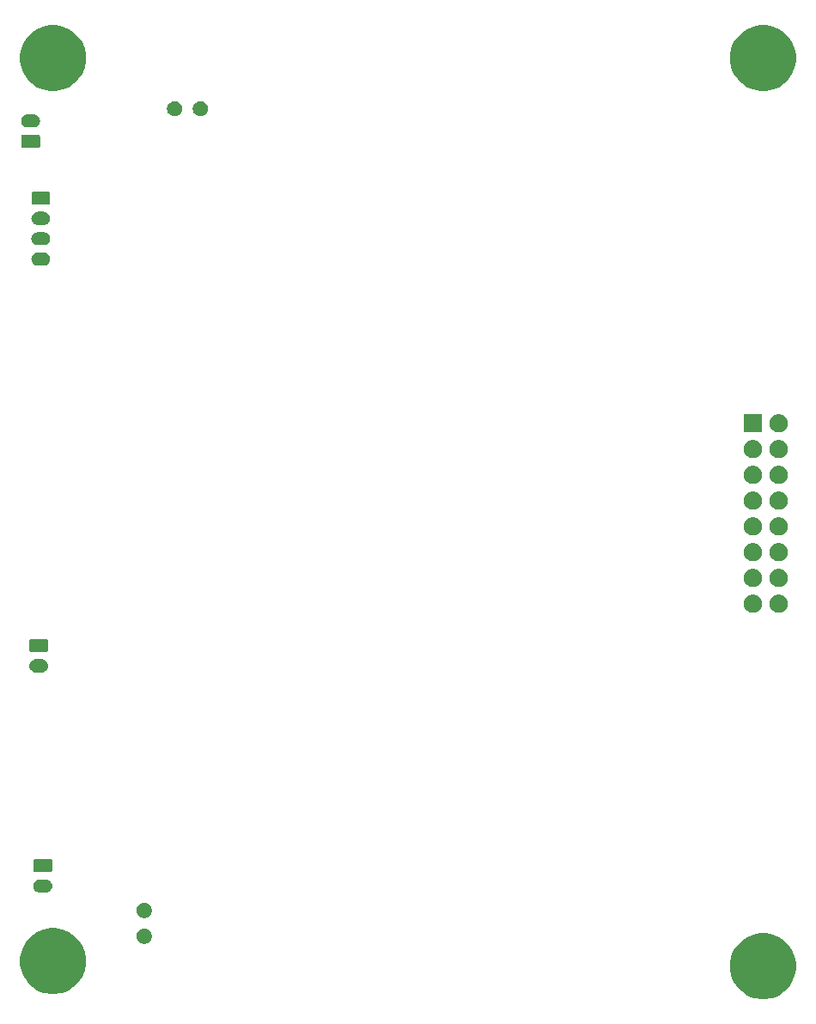
<source format=gbs>
G04 #@! TF.GenerationSoftware,KiCad,Pcbnew,(5.1.5-0)*
G04 #@! TF.CreationDate,2021-01-17T10:32:34-07:00*
G04 #@! TF.ProjectId,8ch_v5_nosma,3863685f-7635-45f6-9e6f-736d612e6b69,rev?*
G04 #@! TF.SameCoordinates,Original*
G04 #@! TF.FileFunction,Soldermask,Bot*
G04 #@! TF.FilePolarity,Negative*
%FSLAX46Y46*%
G04 Gerber Fmt 4.6, Leading zero omitted, Abs format (unit mm)*
G04 Created by KiCad (PCBNEW (5.1.5-0)) date 2021-01-17 10:32:34*
%MOMM*%
%LPD*%
G04 APERTURE LIST*
%ADD10C,0.100000*%
G04 APERTURE END LIST*
D10*
G36*
X215634239Y-126311467D02*
G01*
X215948282Y-126373934D01*
X216539926Y-126619001D01*
X216966477Y-126904014D01*
X217072391Y-126974783D01*
X217525217Y-127427609D01*
X217550490Y-127465433D01*
X217880999Y-127960074D01*
X218126066Y-128551718D01*
X218251000Y-129179804D01*
X218251000Y-129820196D01*
X218126066Y-130448282D01*
X217880999Y-131039926D01*
X217663504Y-131365430D01*
X217556738Y-131525217D01*
X217525216Y-131572392D01*
X217072392Y-132025216D01*
X216539926Y-132380999D01*
X215948282Y-132626066D01*
X215634239Y-132688533D01*
X215320197Y-132751000D01*
X214679803Y-132751000D01*
X214365761Y-132688533D01*
X214051718Y-132626066D01*
X213460074Y-132380999D01*
X212927608Y-132025216D01*
X212474784Y-131572392D01*
X212443263Y-131525217D01*
X212336496Y-131365430D01*
X212119001Y-131039926D01*
X211873934Y-130448282D01*
X211749000Y-129820196D01*
X211749000Y-129179804D01*
X211873934Y-128551718D01*
X212119001Y-127960074D01*
X212449510Y-127465433D01*
X212474783Y-127427609D01*
X212927609Y-126974783D01*
X213033523Y-126904014D01*
X213460074Y-126619001D01*
X214051718Y-126373934D01*
X214365761Y-126311467D01*
X214679803Y-126249000D01*
X215320197Y-126249000D01*
X215634239Y-126311467D01*
G37*
G36*
X145521290Y-125789000D02*
G01*
X145948282Y-125873934D01*
X146539926Y-126119001D01*
X146924927Y-126376251D01*
X147072391Y-126474783D01*
X147525217Y-126927609D01*
X147556738Y-126974784D01*
X147880999Y-127460074D01*
X148126066Y-128051718D01*
X148251000Y-128679804D01*
X148251000Y-129320196D01*
X148126066Y-129948282D01*
X147880999Y-130539926D01*
X147626503Y-130920805D01*
X147525217Y-131072391D01*
X147072391Y-131525217D01*
X146966477Y-131595986D01*
X146539926Y-131880999D01*
X145948282Y-132126066D01*
X145634239Y-132188533D01*
X145320197Y-132251000D01*
X144679803Y-132251000D01*
X144365761Y-132188533D01*
X144051718Y-132126066D01*
X143460074Y-131880999D01*
X143033523Y-131595986D01*
X142927609Y-131525217D01*
X142474783Y-131072391D01*
X142373497Y-130920805D01*
X142119001Y-130539926D01*
X141873934Y-129948282D01*
X141749000Y-129320196D01*
X141749000Y-128679804D01*
X141873934Y-128051718D01*
X142119001Y-127460074D01*
X142443262Y-126974784D01*
X142474783Y-126927609D01*
X142927609Y-126474783D01*
X143075073Y-126376251D01*
X143460074Y-126119001D01*
X144051718Y-125873934D01*
X144478710Y-125789000D01*
X144679803Y-125749000D01*
X145320197Y-125749000D01*
X145521290Y-125789000D01*
G37*
G36*
X154219059Y-125817860D02*
G01*
X154354434Y-125873934D01*
X154355732Y-125874472D01*
X154478735Y-125956660D01*
X154583340Y-126061265D01*
X154583341Y-126061267D01*
X154665529Y-126184270D01*
X154722140Y-126320941D01*
X154751000Y-126466032D01*
X154751000Y-126613968D01*
X154722140Y-126759059D01*
X154675094Y-126872639D01*
X154665528Y-126895732D01*
X154583340Y-127018735D01*
X154478735Y-127123340D01*
X154355732Y-127205528D01*
X154355731Y-127205529D01*
X154355730Y-127205529D01*
X154219059Y-127262140D01*
X154073968Y-127291000D01*
X153926032Y-127291000D01*
X153780941Y-127262140D01*
X153644270Y-127205529D01*
X153644269Y-127205529D01*
X153644268Y-127205528D01*
X153521265Y-127123340D01*
X153416660Y-127018735D01*
X153334472Y-126895732D01*
X153324907Y-126872639D01*
X153277860Y-126759059D01*
X153249000Y-126613968D01*
X153249000Y-126466032D01*
X153277860Y-126320941D01*
X153334471Y-126184270D01*
X153416659Y-126061267D01*
X153416660Y-126061265D01*
X153521265Y-125956660D01*
X153644268Y-125874472D01*
X153645567Y-125873934D01*
X153780941Y-125817860D01*
X153926032Y-125789000D01*
X154073968Y-125789000D01*
X154219059Y-125817860D01*
G37*
G36*
X154219059Y-123277860D02*
G01*
X154355732Y-123334472D01*
X154478735Y-123416660D01*
X154583340Y-123521265D01*
X154665528Y-123644268D01*
X154722140Y-123780941D01*
X154751000Y-123926033D01*
X154751000Y-124073967D01*
X154722140Y-124219059D01*
X154665528Y-124355732D01*
X154583340Y-124478735D01*
X154478735Y-124583340D01*
X154355732Y-124665528D01*
X154355731Y-124665529D01*
X154355730Y-124665529D01*
X154219059Y-124722140D01*
X154073968Y-124751000D01*
X153926032Y-124751000D01*
X153780941Y-124722140D01*
X153644270Y-124665529D01*
X153644269Y-124665529D01*
X153644268Y-124665528D01*
X153521265Y-124583340D01*
X153416660Y-124478735D01*
X153334472Y-124355732D01*
X153277860Y-124219059D01*
X153249000Y-124073967D01*
X153249000Y-123926033D01*
X153277860Y-123780941D01*
X153334472Y-123644268D01*
X153416660Y-123521265D01*
X153521265Y-123416660D01*
X153644268Y-123334472D01*
X153780941Y-123277860D01*
X153926032Y-123249000D01*
X154073968Y-123249000D01*
X154219059Y-123277860D01*
G37*
G36*
X144338855Y-120952140D02*
G01*
X144402618Y-120958420D01*
X144493404Y-120985960D01*
X144525336Y-120995646D01*
X144638425Y-121056094D01*
X144737554Y-121137446D01*
X144818906Y-121236575D01*
X144879354Y-121349664D01*
X144879355Y-121349668D01*
X144916580Y-121472382D01*
X144929149Y-121600000D01*
X144916580Y-121727618D01*
X144889040Y-121818404D01*
X144879354Y-121850336D01*
X144818906Y-121963425D01*
X144737554Y-122062554D01*
X144638425Y-122143906D01*
X144525336Y-122204354D01*
X144493404Y-122214040D01*
X144402618Y-122241580D01*
X144338855Y-122247860D01*
X144306974Y-122251000D01*
X143693026Y-122251000D01*
X143661145Y-122247860D01*
X143597382Y-122241580D01*
X143506596Y-122214040D01*
X143474664Y-122204354D01*
X143361575Y-122143906D01*
X143262446Y-122062554D01*
X143181094Y-121963425D01*
X143120646Y-121850336D01*
X143110960Y-121818404D01*
X143083420Y-121727618D01*
X143070851Y-121600000D01*
X143083420Y-121472382D01*
X143120645Y-121349668D01*
X143120646Y-121349664D01*
X143181094Y-121236575D01*
X143262446Y-121137446D01*
X143361575Y-121056094D01*
X143474664Y-120995646D01*
X143506596Y-120985960D01*
X143597382Y-120958420D01*
X143661145Y-120952140D01*
X143693026Y-120949000D01*
X144306974Y-120949000D01*
X144338855Y-120952140D01*
G37*
G36*
X144766242Y-118953404D02*
G01*
X144803337Y-118964657D01*
X144837515Y-118982925D01*
X144867481Y-119007519D01*
X144892075Y-119037485D01*
X144910343Y-119071663D01*
X144921596Y-119108758D01*
X144926000Y-119153474D01*
X144926000Y-120046526D01*
X144921596Y-120091242D01*
X144910343Y-120128337D01*
X144892075Y-120162515D01*
X144867481Y-120192481D01*
X144837515Y-120217075D01*
X144803337Y-120235343D01*
X144766242Y-120246596D01*
X144721526Y-120251000D01*
X143278474Y-120251000D01*
X143233758Y-120246596D01*
X143196663Y-120235343D01*
X143162485Y-120217075D01*
X143132519Y-120192481D01*
X143107925Y-120162515D01*
X143089657Y-120128337D01*
X143078404Y-120091242D01*
X143074000Y-120046526D01*
X143074000Y-119153474D01*
X143078404Y-119108758D01*
X143089657Y-119071663D01*
X143107925Y-119037485D01*
X143132519Y-119007519D01*
X143162485Y-118982925D01*
X143196663Y-118964657D01*
X143233758Y-118953404D01*
X143278474Y-118949000D01*
X144721526Y-118949000D01*
X144766242Y-118953404D01*
G37*
G36*
X143938855Y-99252140D02*
G01*
X144002618Y-99258420D01*
X144093404Y-99285960D01*
X144125336Y-99295646D01*
X144238425Y-99356094D01*
X144337554Y-99437446D01*
X144418906Y-99536575D01*
X144479354Y-99649664D01*
X144479355Y-99649668D01*
X144516580Y-99772382D01*
X144529149Y-99900000D01*
X144516580Y-100027618D01*
X144489040Y-100118404D01*
X144479354Y-100150336D01*
X144418906Y-100263425D01*
X144337554Y-100362554D01*
X144238425Y-100443906D01*
X144125336Y-100504354D01*
X144093404Y-100514040D01*
X144002618Y-100541580D01*
X143938855Y-100547860D01*
X143906974Y-100551000D01*
X143293026Y-100551000D01*
X143261145Y-100547860D01*
X143197382Y-100541580D01*
X143106596Y-100514040D01*
X143074664Y-100504354D01*
X142961575Y-100443906D01*
X142862446Y-100362554D01*
X142781094Y-100263425D01*
X142720646Y-100150336D01*
X142710960Y-100118404D01*
X142683420Y-100027618D01*
X142670851Y-99900000D01*
X142683420Y-99772382D01*
X142720645Y-99649668D01*
X142720646Y-99649664D01*
X142781094Y-99536575D01*
X142862446Y-99437446D01*
X142961575Y-99356094D01*
X143074664Y-99295646D01*
X143106596Y-99285960D01*
X143197382Y-99258420D01*
X143261145Y-99252140D01*
X143293026Y-99249000D01*
X143906974Y-99249000D01*
X143938855Y-99252140D01*
G37*
G36*
X144366242Y-97253404D02*
G01*
X144403337Y-97264657D01*
X144437515Y-97282925D01*
X144467481Y-97307519D01*
X144492075Y-97337485D01*
X144510343Y-97371663D01*
X144521596Y-97408758D01*
X144526000Y-97453474D01*
X144526000Y-98346526D01*
X144521596Y-98391242D01*
X144510343Y-98428337D01*
X144492075Y-98462515D01*
X144467481Y-98492481D01*
X144437515Y-98517075D01*
X144403337Y-98535343D01*
X144366242Y-98546596D01*
X144321526Y-98551000D01*
X142878474Y-98551000D01*
X142833758Y-98546596D01*
X142796663Y-98535343D01*
X142762485Y-98517075D01*
X142732519Y-98492481D01*
X142707925Y-98462515D01*
X142689657Y-98428337D01*
X142678404Y-98391242D01*
X142674000Y-98346526D01*
X142674000Y-97453474D01*
X142678404Y-97408758D01*
X142689657Y-97371663D01*
X142707925Y-97337485D01*
X142732519Y-97307519D01*
X142762485Y-97282925D01*
X142796663Y-97264657D01*
X142833758Y-97253404D01*
X142878474Y-97249000D01*
X144321526Y-97249000D01*
X144366242Y-97253404D01*
G37*
G36*
X216653512Y-92883927D02*
G01*
X216802812Y-92913624D01*
X216966784Y-92981544D01*
X217114354Y-93080147D01*
X217239853Y-93205646D01*
X217338456Y-93353216D01*
X217406376Y-93517188D01*
X217441000Y-93691259D01*
X217441000Y-93868741D01*
X217406376Y-94042812D01*
X217338456Y-94206784D01*
X217239853Y-94354354D01*
X217114354Y-94479853D01*
X216966784Y-94578456D01*
X216802812Y-94646376D01*
X216653512Y-94676073D01*
X216628742Y-94681000D01*
X216451258Y-94681000D01*
X216426488Y-94676073D01*
X216277188Y-94646376D01*
X216113216Y-94578456D01*
X215965646Y-94479853D01*
X215840147Y-94354354D01*
X215741544Y-94206784D01*
X215673624Y-94042812D01*
X215639000Y-93868741D01*
X215639000Y-93691259D01*
X215673624Y-93517188D01*
X215741544Y-93353216D01*
X215840147Y-93205646D01*
X215965646Y-93080147D01*
X216113216Y-92981544D01*
X216277188Y-92913624D01*
X216426488Y-92883927D01*
X216451258Y-92879000D01*
X216628742Y-92879000D01*
X216653512Y-92883927D01*
G37*
G36*
X214113512Y-92883927D02*
G01*
X214262812Y-92913624D01*
X214426784Y-92981544D01*
X214574354Y-93080147D01*
X214699853Y-93205646D01*
X214798456Y-93353216D01*
X214866376Y-93517188D01*
X214901000Y-93691259D01*
X214901000Y-93868741D01*
X214866376Y-94042812D01*
X214798456Y-94206784D01*
X214699853Y-94354354D01*
X214574354Y-94479853D01*
X214426784Y-94578456D01*
X214262812Y-94646376D01*
X214113512Y-94676073D01*
X214088742Y-94681000D01*
X213911258Y-94681000D01*
X213886488Y-94676073D01*
X213737188Y-94646376D01*
X213573216Y-94578456D01*
X213425646Y-94479853D01*
X213300147Y-94354354D01*
X213201544Y-94206784D01*
X213133624Y-94042812D01*
X213099000Y-93868741D01*
X213099000Y-93691259D01*
X213133624Y-93517188D01*
X213201544Y-93353216D01*
X213300147Y-93205646D01*
X213425646Y-93080147D01*
X213573216Y-92981544D01*
X213737188Y-92913624D01*
X213886488Y-92883927D01*
X213911258Y-92879000D01*
X214088742Y-92879000D01*
X214113512Y-92883927D01*
G37*
G36*
X216653512Y-90343927D02*
G01*
X216802812Y-90373624D01*
X216966784Y-90441544D01*
X217114354Y-90540147D01*
X217239853Y-90665646D01*
X217338456Y-90813216D01*
X217406376Y-90977188D01*
X217441000Y-91151259D01*
X217441000Y-91328741D01*
X217406376Y-91502812D01*
X217338456Y-91666784D01*
X217239853Y-91814354D01*
X217114354Y-91939853D01*
X216966784Y-92038456D01*
X216802812Y-92106376D01*
X216653512Y-92136073D01*
X216628742Y-92141000D01*
X216451258Y-92141000D01*
X216426488Y-92136073D01*
X216277188Y-92106376D01*
X216113216Y-92038456D01*
X215965646Y-91939853D01*
X215840147Y-91814354D01*
X215741544Y-91666784D01*
X215673624Y-91502812D01*
X215639000Y-91328741D01*
X215639000Y-91151259D01*
X215673624Y-90977188D01*
X215741544Y-90813216D01*
X215840147Y-90665646D01*
X215965646Y-90540147D01*
X216113216Y-90441544D01*
X216277188Y-90373624D01*
X216426488Y-90343927D01*
X216451258Y-90339000D01*
X216628742Y-90339000D01*
X216653512Y-90343927D01*
G37*
G36*
X214113512Y-90343927D02*
G01*
X214262812Y-90373624D01*
X214426784Y-90441544D01*
X214574354Y-90540147D01*
X214699853Y-90665646D01*
X214798456Y-90813216D01*
X214866376Y-90977188D01*
X214901000Y-91151259D01*
X214901000Y-91328741D01*
X214866376Y-91502812D01*
X214798456Y-91666784D01*
X214699853Y-91814354D01*
X214574354Y-91939853D01*
X214426784Y-92038456D01*
X214262812Y-92106376D01*
X214113512Y-92136073D01*
X214088742Y-92141000D01*
X213911258Y-92141000D01*
X213886488Y-92136073D01*
X213737188Y-92106376D01*
X213573216Y-92038456D01*
X213425646Y-91939853D01*
X213300147Y-91814354D01*
X213201544Y-91666784D01*
X213133624Y-91502812D01*
X213099000Y-91328741D01*
X213099000Y-91151259D01*
X213133624Y-90977188D01*
X213201544Y-90813216D01*
X213300147Y-90665646D01*
X213425646Y-90540147D01*
X213573216Y-90441544D01*
X213737188Y-90373624D01*
X213886488Y-90343927D01*
X213911258Y-90339000D01*
X214088742Y-90339000D01*
X214113512Y-90343927D01*
G37*
G36*
X216653512Y-87803927D02*
G01*
X216802812Y-87833624D01*
X216966784Y-87901544D01*
X217114354Y-88000147D01*
X217239853Y-88125646D01*
X217338456Y-88273216D01*
X217406376Y-88437188D01*
X217441000Y-88611259D01*
X217441000Y-88788741D01*
X217406376Y-88962812D01*
X217338456Y-89126784D01*
X217239853Y-89274354D01*
X217114354Y-89399853D01*
X216966784Y-89498456D01*
X216802812Y-89566376D01*
X216653512Y-89596073D01*
X216628742Y-89601000D01*
X216451258Y-89601000D01*
X216426488Y-89596073D01*
X216277188Y-89566376D01*
X216113216Y-89498456D01*
X215965646Y-89399853D01*
X215840147Y-89274354D01*
X215741544Y-89126784D01*
X215673624Y-88962812D01*
X215639000Y-88788741D01*
X215639000Y-88611259D01*
X215673624Y-88437188D01*
X215741544Y-88273216D01*
X215840147Y-88125646D01*
X215965646Y-88000147D01*
X216113216Y-87901544D01*
X216277188Y-87833624D01*
X216426488Y-87803927D01*
X216451258Y-87799000D01*
X216628742Y-87799000D01*
X216653512Y-87803927D01*
G37*
G36*
X214113512Y-87803927D02*
G01*
X214262812Y-87833624D01*
X214426784Y-87901544D01*
X214574354Y-88000147D01*
X214699853Y-88125646D01*
X214798456Y-88273216D01*
X214866376Y-88437188D01*
X214901000Y-88611259D01*
X214901000Y-88788741D01*
X214866376Y-88962812D01*
X214798456Y-89126784D01*
X214699853Y-89274354D01*
X214574354Y-89399853D01*
X214426784Y-89498456D01*
X214262812Y-89566376D01*
X214113512Y-89596073D01*
X214088742Y-89601000D01*
X213911258Y-89601000D01*
X213886488Y-89596073D01*
X213737188Y-89566376D01*
X213573216Y-89498456D01*
X213425646Y-89399853D01*
X213300147Y-89274354D01*
X213201544Y-89126784D01*
X213133624Y-88962812D01*
X213099000Y-88788741D01*
X213099000Y-88611259D01*
X213133624Y-88437188D01*
X213201544Y-88273216D01*
X213300147Y-88125646D01*
X213425646Y-88000147D01*
X213573216Y-87901544D01*
X213737188Y-87833624D01*
X213886488Y-87803927D01*
X213911258Y-87799000D01*
X214088742Y-87799000D01*
X214113512Y-87803927D01*
G37*
G36*
X216653512Y-85263927D02*
G01*
X216802812Y-85293624D01*
X216966784Y-85361544D01*
X217114354Y-85460147D01*
X217239853Y-85585646D01*
X217338456Y-85733216D01*
X217406376Y-85897188D01*
X217441000Y-86071259D01*
X217441000Y-86248741D01*
X217406376Y-86422812D01*
X217338456Y-86586784D01*
X217239853Y-86734354D01*
X217114354Y-86859853D01*
X216966784Y-86958456D01*
X216802812Y-87026376D01*
X216653512Y-87056073D01*
X216628742Y-87061000D01*
X216451258Y-87061000D01*
X216426488Y-87056073D01*
X216277188Y-87026376D01*
X216113216Y-86958456D01*
X215965646Y-86859853D01*
X215840147Y-86734354D01*
X215741544Y-86586784D01*
X215673624Y-86422812D01*
X215639000Y-86248741D01*
X215639000Y-86071259D01*
X215673624Y-85897188D01*
X215741544Y-85733216D01*
X215840147Y-85585646D01*
X215965646Y-85460147D01*
X216113216Y-85361544D01*
X216277188Y-85293624D01*
X216426488Y-85263927D01*
X216451258Y-85259000D01*
X216628742Y-85259000D01*
X216653512Y-85263927D01*
G37*
G36*
X214113512Y-85263927D02*
G01*
X214262812Y-85293624D01*
X214426784Y-85361544D01*
X214574354Y-85460147D01*
X214699853Y-85585646D01*
X214798456Y-85733216D01*
X214866376Y-85897188D01*
X214901000Y-86071259D01*
X214901000Y-86248741D01*
X214866376Y-86422812D01*
X214798456Y-86586784D01*
X214699853Y-86734354D01*
X214574354Y-86859853D01*
X214426784Y-86958456D01*
X214262812Y-87026376D01*
X214113512Y-87056073D01*
X214088742Y-87061000D01*
X213911258Y-87061000D01*
X213886488Y-87056073D01*
X213737188Y-87026376D01*
X213573216Y-86958456D01*
X213425646Y-86859853D01*
X213300147Y-86734354D01*
X213201544Y-86586784D01*
X213133624Y-86422812D01*
X213099000Y-86248741D01*
X213099000Y-86071259D01*
X213133624Y-85897188D01*
X213201544Y-85733216D01*
X213300147Y-85585646D01*
X213425646Y-85460147D01*
X213573216Y-85361544D01*
X213737188Y-85293624D01*
X213886488Y-85263927D01*
X213911258Y-85259000D01*
X214088742Y-85259000D01*
X214113512Y-85263927D01*
G37*
G36*
X214113512Y-82723927D02*
G01*
X214262812Y-82753624D01*
X214426784Y-82821544D01*
X214574354Y-82920147D01*
X214699853Y-83045646D01*
X214798456Y-83193216D01*
X214866376Y-83357188D01*
X214901000Y-83531259D01*
X214901000Y-83708741D01*
X214866376Y-83882812D01*
X214798456Y-84046784D01*
X214699853Y-84194354D01*
X214574354Y-84319853D01*
X214426784Y-84418456D01*
X214262812Y-84486376D01*
X214113512Y-84516073D01*
X214088742Y-84521000D01*
X213911258Y-84521000D01*
X213886488Y-84516073D01*
X213737188Y-84486376D01*
X213573216Y-84418456D01*
X213425646Y-84319853D01*
X213300147Y-84194354D01*
X213201544Y-84046784D01*
X213133624Y-83882812D01*
X213099000Y-83708741D01*
X213099000Y-83531259D01*
X213133624Y-83357188D01*
X213201544Y-83193216D01*
X213300147Y-83045646D01*
X213425646Y-82920147D01*
X213573216Y-82821544D01*
X213737188Y-82753624D01*
X213886488Y-82723927D01*
X213911258Y-82719000D01*
X214088742Y-82719000D01*
X214113512Y-82723927D01*
G37*
G36*
X216653512Y-82723927D02*
G01*
X216802812Y-82753624D01*
X216966784Y-82821544D01*
X217114354Y-82920147D01*
X217239853Y-83045646D01*
X217338456Y-83193216D01*
X217406376Y-83357188D01*
X217441000Y-83531259D01*
X217441000Y-83708741D01*
X217406376Y-83882812D01*
X217338456Y-84046784D01*
X217239853Y-84194354D01*
X217114354Y-84319853D01*
X216966784Y-84418456D01*
X216802812Y-84486376D01*
X216653512Y-84516073D01*
X216628742Y-84521000D01*
X216451258Y-84521000D01*
X216426488Y-84516073D01*
X216277188Y-84486376D01*
X216113216Y-84418456D01*
X215965646Y-84319853D01*
X215840147Y-84194354D01*
X215741544Y-84046784D01*
X215673624Y-83882812D01*
X215639000Y-83708741D01*
X215639000Y-83531259D01*
X215673624Y-83357188D01*
X215741544Y-83193216D01*
X215840147Y-83045646D01*
X215965646Y-82920147D01*
X216113216Y-82821544D01*
X216277188Y-82753624D01*
X216426488Y-82723927D01*
X216451258Y-82719000D01*
X216628742Y-82719000D01*
X216653512Y-82723927D01*
G37*
G36*
X216653512Y-80183927D02*
G01*
X216802812Y-80213624D01*
X216966784Y-80281544D01*
X217114354Y-80380147D01*
X217239853Y-80505646D01*
X217338456Y-80653216D01*
X217406376Y-80817188D01*
X217441000Y-80991259D01*
X217441000Y-81168741D01*
X217406376Y-81342812D01*
X217338456Y-81506784D01*
X217239853Y-81654354D01*
X217114354Y-81779853D01*
X216966784Y-81878456D01*
X216802812Y-81946376D01*
X216653512Y-81976073D01*
X216628742Y-81981000D01*
X216451258Y-81981000D01*
X216426488Y-81976073D01*
X216277188Y-81946376D01*
X216113216Y-81878456D01*
X215965646Y-81779853D01*
X215840147Y-81654354D01*
X215741544Y-81506784D01*
X215673624Y-81342812D01*
X215639000Y-81168741D01*
X215639000Y-80991259D01*
X215673624Y-80817188D01*
X215741544Y-80653216D01*
X215840147Y-80505646D01*
X215965646Y-80380147D01*
X216113216Y-80281544D01*
X216277188Y-80213624D01*
X216426488Y-80183927D01*
X216451258Y-80179000D01*
X216628742Y-80179000D01*
X216653512Y-80183927D01*
G37*
G36*
X214113512Y-80183927D02*
G01*
X214262812Y-80213624D01*
X214426784Y-80281544D01*
X214574354Y-80380147D01*
X214699853Y-80505646D01*
X214798456Y-80653216D01*
X214866376Y-80817188D01*
X214901000Y-80991259D01*
X214901000Y-81168741D01*
X214866376Y-81342812D01*
X214798456Y-81506784D01*
X214699853Y-81654354D01*
X214574354Y-81779853D01*
X214426784Y-81878456D01*
X214262812Y-81946376D01*
X214113512Y-81976073D01*
X214088742Y-81981000D01*
X213911258Y-81981000D01*
X213886488Y-81976073D01*
X213737188Y-81946376D01*
X213573216Y-81878456D01*
X213425646Y-81779853D01*
X213300147Y-81654354D01*
X213201544Y-81506784D01*
X213133624Y-81342812D01*
X213099000Y-81168741D01*
X213099000Y-80991259D01*
X213133624Y-80817188D01*
X213201544Y-80653216D01*
X213300147Y-80505646D01*
X213425646Y-80380147D01*
X213573216Y-80281544D01*
X213737188Y-80213624D01*
X213886488Y-80183927D01*
X213911258Y-80179000D01*
X214088742Y-80179000D01*
X214113512Y-80183927D01*
G37*
G36*
X214113512Y-77643927D02*
G01*
X214262812Y-77673624D01*
X214426784Y-77741544D01*
X214574354Y-77840147D01*
X214699853Y-77965646D01*
X214798456Y-78113216D01*
X214866376Y-78277188D01*
X214901000Y-78451259D01*
X214901000Y-78628741D01*
X214866376Y-78802812D01*
X214798456Y-78966784D01*
X214699853Y-79114354D01*
X214574354Y-79239853D01*
X214426784Y-79338456D01*
X214262812Y-79406376D01*
X214113512Y-79436073D01*
X214088742Y-79441000D01*
X213911258Y-79441000D01*
X213886488Y-79436073D01*
X213737188Y-79406376D01*
X213573216Y-79338456D01*
X213425646Y-79239853D01*
X213300147Y-79114354D01*
X213201544Y-78966784D01*
X213133624Y-78802812D01*
X213099000Y-78628741D01*
X213099000Y-78451259D01*
X213133624Y-78277188D01*
X213201544Y-78113216D01*
X213300147Y-77965646D01*
X213425646Y-77840147D01*
X213573216Y-77741544D01*
X213737188Y-77673624D01*
X213886488Y-77643927D01*
X213911258Y-77639000D01*
X214088742Y-77639000D01*
X214113512Y-77643927D01*
G37*
G36*
X216653512Y-77643927D02*
G01*
X216802812Y-77673624D01*
X216966784Y-77741544D01*
X217114354Y-77840147D01*
X217239853Y-77965646D01*
X217338456Y-78113216D01*
X217406376Y-78277188D01*
X217441000Y-78451259D01*
X217441000Y-78628741D01*
X217406376Y-78802812D01*
X217338456Y-78966784D01*
X217239853Y-79114354D01*
X217114354Y-79239853D01*
X216966784Y-79338456D01*
X216802812Y-79406376D01*
X216653512Y-79436073D01*
X216628742Y-79441000D01*
X216451258Y-79441000D01*
X216426488Y-79436073D01*
X216277188Y-79406376D01*
X216113216Y-79338456D01*
X215965646Y-79239853D01*
X215840147Y-79114354D01*
X215741544Y-78966784D01*
X215673624Y-78802812D01*
X215639000Y-78628741D01*
X215639000Y-78451259D01*
X215673624Y-78277188D01*
X215741544Y-78113216D01*
X215840147Y-77965646D01*
X215965646Y-77840147D01*
X216113216Y-77741544D01*
X216277188Y-77673624D01*
X216426488Y-77643927D01*
X216451258Y-77639000D01*
X216628742Y-77639000D01*
X216653512Y-77643927D01*
G37*
G36*
X216653512Y-75103927D02*
G01*
X216802812Y-75133624D01*
X216966784Y-75201544D01*
X217114354Y-75300147D01*
X217239853Y-75425646D01*
X217338456Y-75573216D01*
X217406376Y-75737188D01*
X217441000Y-75911259D01*
X217441000Y-76088741D01*
X217406376Y-76262812D01*
X217338456Y-76426784D01*
X217239853Y-76574354D01*
X217114354Y-76699853D01*
X216966784Y-76798456D01*
X216802812Y-76866376D01*
X216653512Y-76896073D01*
X216628742Y-76901000D01*
X216451258Y-76901000D01*
X216426488Y-76896073D01*
X216277188Y-76866376D01*
X216113216Y-76798456D01*
X215965646Y-76699853D01*
X215840147Y-76574354D01*
X215741544Y-76426784D01*
X215673624Y-76262812D01*
X215639000Y-76088741D01*
X215639000Y-75911259D01*
X215673624Y-75737188D01*
X215741544Y-75573216D01*
X215840147Y-75425646D01*
X215965646Y-75300147D01*
X216113216Y-75201544D01*
X216277188Y-75133624D01*
X216426488Y-75103927D01*
X216451258Y-75099000D01*
X216628742Y-75099000D01*
X216653512Y-75103927D01*
G37*
G36*
X214901000Y-76901000D02*
G01*
X213099000Y-76901000D01*
X213099000Y-75099000D01*
X214901000Y-75099000D01*
X214901000Y-76901000D01*
G37*
G36*
X144138855Y-59152140D02*
G01*
X144202618Y-59158420D01*
X144293404Y-59185960D01*
X144325336Y-59195646D01*
X144438425Y-59256094D01*
X144537554Y-59337446D01*
X144618906Y-59436575D01*
X144679354Y-59549664D01*
X144679355Y-59549668D01*
X144716580Y-59672382D01*
X144729149Y-59800000D01*
X144716580Y-59927618D01*
X144689040Y-60018404D01*
X144679354Y-60050336D01*
X144618906Y-60163425D01*
X144537554Y-60262554D01*
X144438425Y-60343906D01*
X144325336Y-60404354D01*
X144293404Y-60414040D01*
X144202618Y-60441580D01*
X144138855Y-60447860D01*
X144106974Y-60451000D01*
X143493026Y-60451000D01*
X143461145Y-60447860D01*
X143397382Y-60441580D01*
X143306596Y-60414040D01*
X143274664Y-60404354D01*
X143161575Y-60343906D01*
X143062446Y-60262554D01*
X142981094Y-60163425D01*
X142920646Y-60050336D01*
X142910960Y-60018404D01*
X142883420Y-59927618D01*
X142870851Y-59800000D01*
X142883420Y-59672382D01*
X142920645Y-59549668D01*
X142920646Y-59549664D01*
X142981094Y-59436575D01*
X143062446Y-59337446D01*
X143161575Y-59256094D01*
X143274664Y-59195646D01*
X143306596Y-59185960D01*
X143397382Y-59158420D01*
X143461145Y-59152140D01*
X143493026Y-59149000D01*
X144106974Y-59149000D01*
X144138855Y-59152140D01*
G37*
G36*
X144138855Y-57152140D02*
G01*
X144202618Y-57158420D01*
X144293404Y-57185960D01*
X144325336Y-57195646D01*
X144438425Y-57256094D01*
X144537554Y-57337446D01*
X144618906Y-57436575D01*
X144679354Y-57549664D01*
X144679355Y-57549668D01*
X144716580Y-57672382D01*
X144729149Y-57800000D01*
X144716580Y-57927618D01*
X144689040Y-58018404D01*
X144679354Y-58050336D01*
X144618906Y-58163425D01*
X144537554Y-58262554D01*
X144438425Y-58343906D01*
X144325336Y-58404354D01*
X144293404Y-58414040D01*
X144202618Y-58441580D01*
X144138855Y-58447860D01*
X144106974Y-58451000D01*
X143493026Y-58451000D01*
X143461145Y-58447860D01*
X143397382Y-58441580D01*
X143306596Y-58414040D01*
X143274664Y-58404354D01*
X143161575Y-58343906D01*
X143062446Y-58262554D01*
X142981094Y-58163425D01*
X142920646Y-58050336D01*
X142910960Y-58018404D01*
X142883420Y-57927618D01*
X142870851Y-57800000D01*
X142883420Y-57672382D01*
X142920645Y-57549668D01*
X142920646Y-57549664D01*
X142981094Y-57436575D01*
X143062446Y-57337446D01*
X143161575Y-57256094D01*
X143274664Y-57195646D01*
X143306596Y-57185960D01*
X143397382Y-57158420D01*
X143461145Y-57152140D01*
X143493026Y-57149000D01*
X144106974Y-57149000D01*
X144138855Y-57152140D01*
G37*
G36*
X144138855Y-55152140D02*
G01*
X144202618Y-55158420D01*
X144293404Y-55185960D01*
X144325336Y-55195646D01*
X144438425Y-55256094D01*
X144537554Y-55337446D01*
X144618906Y-55436575D01*
X144679354Y-55549664D01*
X144679355Y-55549668D01*
X144716580Y-55672382D01*
X144729149Y-55800000D01*
X144716580Y-55927618D01*
X144689040Y-56018404D01*
X144679354Y-56050336D01*
X144618906Y-56163425D01*
X144537554Y-56262554D01*
X144438425Y-56343906D01*
X144325336Y-56404354D01*
X144293404Y-56414040D01*
X144202618Y-56441580D01*
X144138855Y-56447860D01*
X144106974Y-56451000D01*
X143493026Y-56451000D01*
X143461145Y-56447860D01*
X143397382Y-56441580D01*
X143306596Y-56414040D01*
X143274664Y-56404354D01*
X143161575Y-56343906D01*
X143062446Y-56262554D01*
X142981094Y-56163425D01*
X142920646Y-56050336D01*
X142910960Y-56018404D01*
X142883420Y-55927618D01*
X142870851Y-55800000D01*
X142883420Y-55672382D01*
X142920645Y-55549668D01*
X142920646Y-55549664D01*
X142981094Y-55436575D01*
X143062446Y-55337446D01*
X143161575Y-55256094D01*
X143274664Y-55195646D01*
X143306596Y-55185960D01*
X143397382Y-55158420D01*
X143461145Y-55152140D01*
X143493026Y-55149000D01*
X144106974Y-55149000D01*
X144138855Y-55152140D01*
G37*
G36*
X144566242Y-53153404D02*
G01*
X144603337Y-53164657D01*
X144637515Y-53182925D01*
X144667481Y-53207519D01*
X144692075Y-53237485D01*
X144710343Y-53271663D01*
X144721596Y-53308758D01*
X144726000Y-53353474D01*
X144726000Y-54246526D01*
X144721596Y-54291242D01*
X144710343Y-54328337D01*
X144692075Y-54362515D01*
X144667481Y-54392481D01*
X144637515Y-54417075D01*
X144603337Y-54435343D01*
X144566242Y-54446596D01*
X144521526Y-54451000D01*
X143078474Y-54451000D01*
X143033758Y-54446596D01*
X142996663Y-54435343D01*
X142962485Y-54417075D01*
X142932519Y-54392481D01*
X142907925Y-54362515D01*
X142889657Y-54328337D01*
X142878404Y-54291242D01*
X142874000Y-54246526D01*
X142874000Y-53353474D01*
X142878404Y-53308758D01*
X142889657Y-53271663D01*
X142907925Y-53237485D01*
X142932519Y-53207519D01*
X142962485Y-53182925D01*
X142996663Y-53164657D01*
X143033758Y-53153404D01*
X143078474Y-53149000D01*
X144521526Y-53149000D01*
X144566242Y-53153404D01*
G37*
G36*
X143566242Y-47553404D02*
G01*
X143603337Y-47564657D01*
X143637515Y-47582925D01*
X143667481Y-47607519D01*
X143692075Y-47637485D01*
X143710343Y-47671663D01*
X143721596Y-47708758D01*
X143726000Y-47753474D01*
X143726000Y-48646526D01*
X143721596Y-48691242D01*
X143710343Y-48728337D01*
X143692075Y-48762515D01*
X143667481Y-48792481D01*
X143637515Y-48817075D01*
X143603337Y-48835343D01*
X143566242Y-48846596D01*
X143521526Y-48851000D01*
X142078474Y-48851000D01*
X142033758Y-48846596D01*
X141996663Y-48835343D01*
X141962485Y-48817075D01*
X141932519Y-48792481D01*
X141907925Y-48762515D01*
X141889657Y-48728337D01*
X141878404Y-48691242D01*
X141874000Y-48646526D01*
X141874000Y-47753474D01*
X141878404Y-47708758D01*
X141889657Y-47671663D01*
X141907925Y-47637485D01*
X141932519Y-47607519D01*
X141962485Y-47582925D01*
X141996663Y-47564657D01*
X142033758Y-47553404D01*
X142078474Y-47549000D01*
X143521526Y-47549000D01*
X143566242Y-47553404D01*
G37*
G36*
X143138855Y-45552140D02*
G01*
X143202618Y-45558420D01*
X143284768Y-45583340D01*
X143325336Y-45595646D01*
X143438425Y-45656094D01*
X143537554Y-45737446D01*
X143618906Y-45836575D01*
X143679354Y-45949664D01*
X143679355Y-45949668D01*
X143716580Y-46072382D01*
X143729149Y-46200000D01*
X143716580Y-46327618D01*
X143689040Y-46418404D01*
X143679354Y-46450336D01*
X143618906Y-46563425D01*
X143537554Y-46662554D01*
X143438425Y-46743906D01*
X143325336Y-46804354D01*
X143293404Y-46814040D01*
X143202618Y-46841580D01*
X143138855Y-46847860D01*
X143106974Y-46851000D01*
X142493026Y-46851000D01*
X142461145Y-46847860D01*
X142397382Y-46841580D01*
X142306596Y-46814040D01*
X142274664Y-46804354D01*
X142161575Y-46743906D01*
X142062446Y-46662554D01*
X141981094Y-46563425D01*
X141920646Y-46450336D01*
X141910960Y-46418404D01*
X141883420Y-46327618D01*
X141870851Y-46200000D01*
X141883420Y-46072382D01*
X141920645Y-45949668D01*
X141920646Y-45949664D01*
X141981094Y-45836575D01*
X142062446Y-45737446D01*
X142161575Y-45656094D01*
X142274664Y-45595646D01*
X142315232Y-45583340D01*
X142397382Y-45558420D01*
X142461145Y-45552140D01*
X142493026Y-45549000D01*
X143106974Y-45549000D01*
X143138855Y-45552140D01*
G37*
G36*
X157219059Y-44277860D02*
G01*
X157355732Y-44334472D01*
X157478735Y-44416660D01*
X157583340Y-44521265D01*
X157665528Y-44644268D01*
X157722140Y-44780941D01*
X157751000Y-44926033D01*
X157751000Y-45073967D01*
X157722140Y-45219059D01*
X157665528Y-45355732D01*
X157583340Y-45478735D01*
X157478735Y-45583340D01*
X157355732Y-45665528D01*
X157355731Y-45665529D01*
X157355730Y-45665529D01*
X157219059Y-45722140D01*
X157073968Y-45751000D01*
X156926032Y-45751000D01*
X156780941Y-45722140D01*
X156644270Y-45665529D01*
X156644269Y-45665529D01*
X156644268Y-45665528D01*
X156521265Y-45583340D01*
X156416660Y-45478735D01*
X156334472Y-45355732D01*
X156277860Y-45219059D01*
X156249000Y-45073967D01*
X156249000Y-44926033D01*
X156277860Y-44780941D01*
X156334472Y-44644268D01*
X156416660Y-44521265D01*
X156521265Y-44416660D01*
X156644268Y-44334472D01*
X156780941Y-44277860D01*
X156926032Y-44249000D01*
X157073968Y-44249000D01*
X157219059Y-44277860D01*
G37*
G36*
X159759059Y-44277860D02*
G01*
X159895732Y-44334472D01*
X160018735Y-44416660D01*
X160123340Y-44521265D01*
X160205528Y-44644268D01*
X160262140Y-44780941D01*
X160291000Y-44926033D01*
X160291000Y-45073967D01*
X160262140Y-45219059D01*
X160205528Y-45355732D01*
X160123340Y-45478735D01*
X160018735Y-45583340D01*
X159895732Y-45665528D01*
X159895731Y-45665529D01*
X159895730Y-45665529D01*
X159759059Y-45722140D01*
X159613968Y-45751000D01*
X159466032Y-45751000D01*
X159320941Y-45722140D01*
X159184270Y-45665529D01*
X159184269Y-45665529D01*
X159184268Y-45665528D01*
X159061265Y-45583340D01*
X158956660Y-45478735D01*
X158874472Y-45355732D01*
X158817860Y-45219059D01*
X158789000Y-45073967D01*
X158789000Y-44926033D01*
X158817860Y-44780941D01*
X158874472Y-44644268D01*
X158956660Y-44521265D01*
X159061265Y-44416660D01*
X159184268Y-44334472D01*
X159320941Y-44277860D01*
X159466032Y-44249000D01*
X159613968Y-44249000D01*
X159759059Y-44277860D01*
G37*
G36*
X145634239Y-36811467D02*
G01*
X145948282Y-36873934D01*
X146539926Y-37119001D01*
X147072392Y-37474784D01*
X147525216Y-37927608D01*
X147880999Y-38460074D01*
X148126066Y-39051718D01*
X148251000Y-39679804D01*
X148251000Y-40320196D01*
X148126066Y-40948282D01*
X147880999Y-41539926D01*
X147525216Y-42072392D01*
X147072392Y-42525216D01*
X146539926Y-42880999D01*
X145948282Y-43126066D01*
X145634239Y-43188533D01*
X145320197Y-43251000D01*
X144679803Y-43251000D01*
X144365761Y-43188533D01*
X144051718Y-43126066D01*
X143460074Y-42880999D01*
X142927608Y-42525216D01*
X142474784Y-42072392D01*
X142119001Y-41539926D01*
X141873934Y-40948282D01*
X141749000Y-40320196D01*
X141749000Y-39679804D01*
X141873934Y-39051718D01*
X142119001Y-38460074D01*
X142474784Y-37927608D01*
X142927608Y-37474784D01*
X143460074Y-37119001D01*
X144051718Y-36873934D01*
X144365761Y-36811467D01*
X144679803Y-36749000D01*
X145320197Y-36749000D01*
X145634239Y-36811467D01*
G37*
G36*
X215634239Y-36811467D02*
G01*
X215948282Y-36873934D01*
X216539926Y-37119001D01*
X217072392Y-37474784D01*
X217525216Y-37927608D01*
X217880999Y-38460074D01*
X218126066Y-39051718D01*
X218251000Y-39679804D01*
X218251000Y-40320196D01*
X218126066Y-40948282D01*
X217880999Y-41539926D01*
X217525216Y-42072392D01*
X217072392Y-42525216D01*
X216539926Y-42880999D01*
X215948282Y-43126066D01*
X215634239Y-43188533D01*
X215320197Y-43251000D01*
X214679803Y-43251000D01*
X214365761Y-43188533D01*
X214051718Y-43126066D01*
X213460074Y-42880999D01*
X212927608Y-42525216D01*
X212474784Y-42072392D01*
X212119001Y-41539926D01*
X211873934Y-40948282D01*
X211749000Y-40320196D01*
X211749000Y-39679804D01*
X211873934Y-39051718D01*
X212119001Y-38460074D01*
X212474784Y-37927608D01*
X212927608Y-37474784D01*
X213460074Y-37119001D01*
X214051718Y-36873934D01*
X214365761Y-36811467D01*
X214679803Y-36749000D01*
X215320197Y-36749000D01*
X215634239Y-36811467D01*
G37*
M02*

</source>
